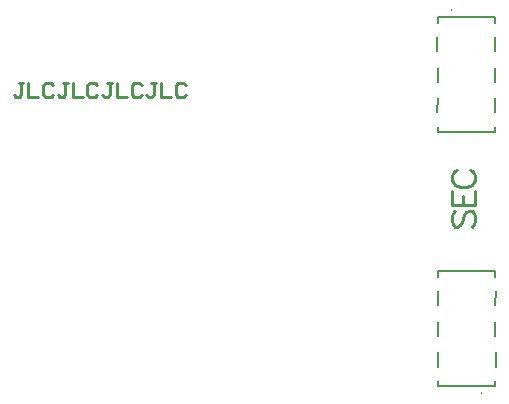
<source format=gto>
G04*
G04 #@! TF.GenerationSoftware,Altium Limited,Altium Designer,18.1.7 (191)*
G04*
G04 Layer_Color=65535*
%FSLAX44Y44*%
%MOMM*%
G71*
G01*
G75*
%ADD10C,0.1000*%
%ADD11C,0.2000*%
%ADD12C,0.2540*%
%ADD13C,0.2500*%
D10*
X297300Y169100D02*
G03*
X297300Y170100I0J500D01*
G01*
D02*
G03*
X297300Y169100I0J-500D01*
G01*
X322700Y-155100D02*
G03*
X322700Y-154100I0J500D01*
G01*
D02*
G03*
X322700Y-155100I0J-500D01*
G01*
D11*
X334400Y159100D02*
Y163800D01*
X285600D02*
X334400D01*
X285600Y159100D02*
Y163800D01*
X334400Y66300D02*
Y71100D01*
X285600Y66300D02*
X334400D01*
X285600D02*
Y71100D01*
X334400Y135100D02*
Y147100D01*
X285300Y135100D02*
Y147100D01*
X334400Y109100D02*
Y121100D01*
X285600Y109100D02*
Y121100D01*
X334400Y83100D02*
Y95100D01*
X285300Y83100D02*
X285600Y95100D01*
X334400Y-80100D02*
X334700Y-68100D01*
X285600Y-80100D02*
Y-68100D01*
X334400Y-106100D02*
Y-94100D01*
X285600Y-106100D02*
Y-94100D01*
X334700Y-132100D02*
Y-120100D01*
X285600Y-132100D02*
Y-120100D01*
X334400Y-56100D02*
Y-51300D01*
X285600D02*
X334400D01*
X285600Y-56100D02*
Y-51300D01*
X334400Y-148800D02*
Y-144100D01*
X285600Y-148800D02*
X334400D01*
X285600D02*
Y-144100D01*
D12*
X-65151Y108248D02*
X-69317D01*
X-67234D01*
Y97835D01*
X-69317Y95752D01*
X-71399D01*
X-73482Y97835D01*
X-60986Y108248D02*
Y95752D01*
X-52655D01*
X-40159Y106165D02*
X-42242Y108248D01*
X-46407D01*
X-48490Y106165D01*
Y97835D01*
X-46407Y95752D01*
X-42242D01*
X-40159Y97835D01*
X-27663Y108248D02*
X-31829D01*
X-29746D01*
Y97835D01*
X-31829Y95752D01*
X-33911D01*
X-35994Y97835D01*
X-23498Y108248D02*
Y95752D01*
X-15167D01*
X-2671Y106165D02*
X-4754Y108248D01*
X-8919D01*
X-11002Y106165D01*
Y97835D01*
X-8919Y95752D01*
X-4754D01*
X-2671Y97835D01*
X9825Y108248D02*
X5659D01*
X7742D01*
Y97835D01*
X5659Y95752D01*
X3577D01*
X1494Y97835D01*
X13990Y108248D02*
Y95752D01*
X22320D01*
X34817Y106165D02*
X32734Y108248D01*
X28568D01*
X26486Y106165D01*
Y97835D01*
X28568Y95752D01*
X32734D01*
X34817Y97835D01*
X47312Y108248D02*
X43147D01*
X45230D01*
Y97835D01*
X43147Y95752D01*
X41065D01*
X38982Y97835D01*
X51478Y108248D02*
Y95752D01*
X59808D01*
X72304Y106165D02*
X70222Y108248D01*
X66056D01*
X63974Y106165D01*
Y97835D01*
X66056Y95752D01*
X70222D01*
X72304Y97835D01*
D13*
X300361Y-170D02*
X298456Y-2074D01*
X297504Y-4930D01*
Y-8739D01*
X298456Y-11596D01*
X300361Y-13500D01*
X302265D01*
X304170Y-12548D01*
X305122Y-11596D01*
X306074Y-9691D01*
X307978Y-3978D01*
X308930Y-2074D01*
X309883Y-1122D01*
X311787Y-170D01*
X314643D01*
X316548Y-2074D01*
X317500Y-4930D01*
Y-8739D01*
X316548Y-11596D01*
X314643Y-13500D01*
X297504Y16684D02*
Y4306D01*
X317500D01*
Y16684D01*
X307026Y4306D02*
Y11923D01*
X302265Y34299D02*
X300361Y33347D01*
X298456Y31443D01*
X297504Y29538D01*
Y25730D01*
X298456Y23825D01*
X300361Y21921D01*
X302265Y20969D01*
X305122Y20017D01*
X309883D01*
X312739Y20969D01*
X314643Y21921D01*
X316548Y23825D01*
X317500Y25730D01*
Y29538D01*
X316548Y31443D01*
X314643Y33347D01*
X312739Y34299D01*
M02*

</source>
